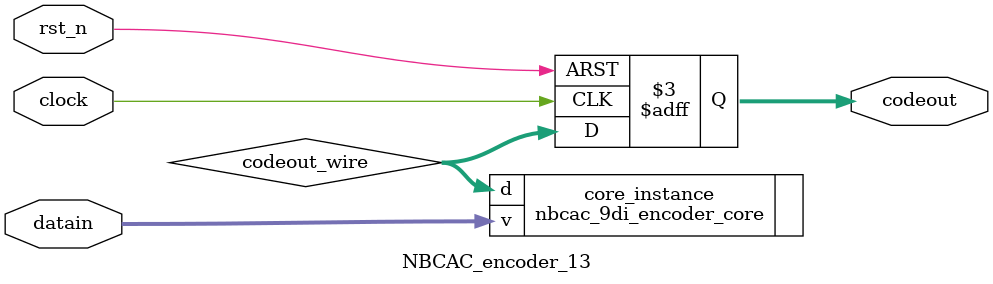
<source format=v>
module NBCAC_encoder_13(
    input wire clock,
    input wire rst_n,
    input wire [8:0] datain,
    output reg [13:1] codeout
);

    wire [13:1] codeout_wire;

    nbcac_9di_encoder_core core_instance(
        .v(datain),
        .d(codeout_wire)
    );

    //sync
    always @(posedge clock or negedge rst_n) begin
        if (~rst_n) begin
            codeout <= 0;
        end
        else begin
            codeout <= codeout_wire;
        end
    end

endmodule
</source>
